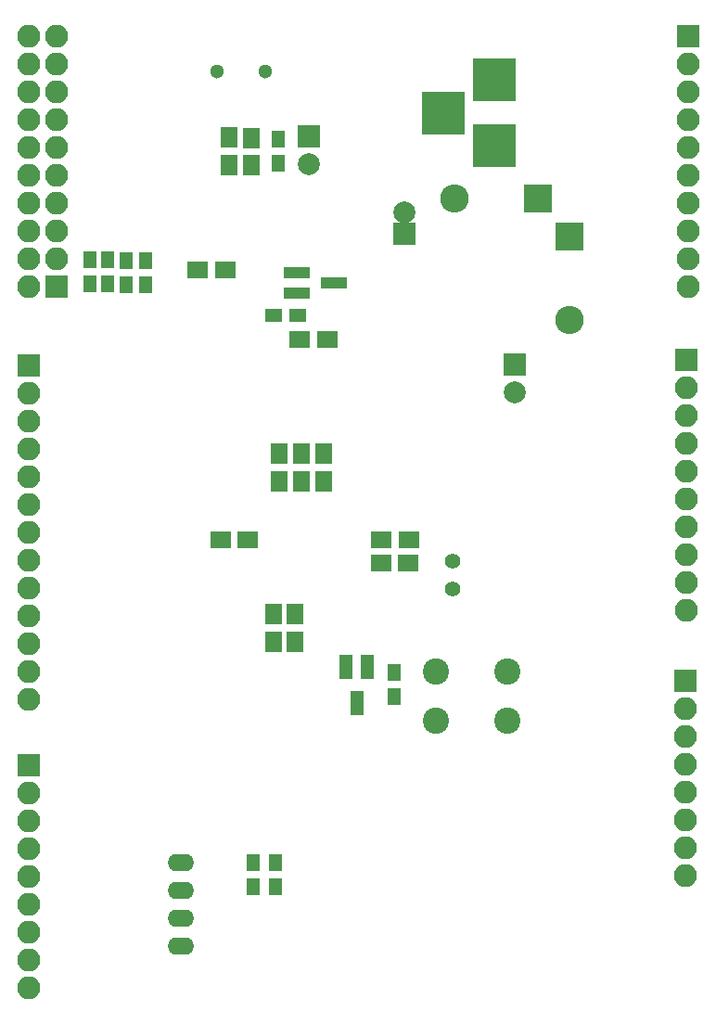
<source format=gbs>
G04 #@! TF.FileFunction,Soldermask,Bot*
%FSLAX46Y46*%
G04 Gerber Fmt 4.6, Leading zero omitted, Abs format (unit mm)*
G04 Created by KiCad (PCBNEW 4.0.4-stable) date 02/19/22 22:26:41*
%MOMM*%
%LPD*%
G01*
G04 APERTURE LIST*
%ADD10C,0.100000*%
%ADD11R,1.650000X1.900000*%
%ADD12R,2.000000X2.000000*%
%ADD13C,2.000000*%
%ADD14R,1.900000X1.650000*%
%ADD15R,3.900000X3.900000*%
%ADD16R,2.600000X2.600000*%
%ADD17O,2.600000X2.600000*%
%ADD18O,2.400000X1.600000*%
%ADD19R,2.100000X2.100000*%
%ADD20O,2.100000X2.100000*%
%ADD21C,1.300000*%
%ADD22R,2.400000X1.100000*%
%ADD23R,1.300000X1.600000*%
%ADD24R,1.600000X1.300000*%
%ADD25C,2.400000*%
%ADD26R,1.200000X2.200000*%
%ADD27C,1.400000*%
G04 APERTURE END LIST*
D10*
D11*
X110197900Y-84092100D03*
X110197900Y-81592100D03*
X114274600Y-84092100D03*
X114274600Y-81592100D03*
D12*
X121615200Y-61544200D03*
D13*
X121615200Y-59544200D03*
D14*
X119501600Y-91554300D03*
X122001600Y-91554300D03*
D12*
X131724400Y-73456800D03*
D13*
X131724400Y-75956800D03*
D11*
X111683800Y-96273300D03*
X111683800Y-98773300D03*
D14*
X112110200Y-71145400D03*
X114610200Y-71145400D03*
X122027000Y-89496900D03*
X119527000Y-89496900D03*
D11*
X109702600Y-98773300D03*
X109702600Y-96273300D03*
D14*
X107345800Y-89446100D03*
X104845800Y-89446100D03*
D11*
X112217200Y-84092100D03*
X112217200Y-81592100D03*
D14*
X105288400Y-64833500D03*
X102788400Y-64833500D03*
D11*
X105638600Y-52750400D03*
X105638600Y-55250400D03*
D12*
X112953800Y-52654200D03*
D13*
X112953800Y-55154200D03*
D11*
X107670600Y-52775800D03*
X107670600Y-55275800D03*
D15*
X129895600Y-53492400D03*
X129895600Y-47492400D03*
X125195600Y-50492400D03*
D16*
X133807200Y-58293000D03*
D17*
X126187200Y-58293000D03*
D16*
X136702800Y-61772800D03*
D17*
X136702800Y-69392800D03*
D18*
X101275800Y-118900000D03*
X101275800Y-121440000D03*
X101275800Y-123980000D03*
X101275800Y-126520000D03*
D19*
X87388700Y-73520300D03*
D20*
X87388700Y-76060300D03*
X87388700Y-78600300D03*
X87388700Y-81140300D03*
X87388700Y-83680300D03*
X87388700Y-86220300D03*
X87388700Y-88760300D03*
X87388700Y-91300300D03*
X87388700Y-93840300D03*
X87388700Y-96380300D03*
X87388700Y-98920300D03*
X87388700Y-101460300D03*
X87388700Y-104000300D03*
D19*
X87388700Y-110058200D03*
D20*
X87388700Y-112598200D03*
X87388700Y-115138200D03*
X87388700Y-117678200D03*
X87388700Y-120218200D03*
X87388700Y-122758200D03*
X87388700Y-125298200D03*
X87388700Y-127838200D03*
X87388700Y-130378200D03*
D19*
X89877900Y-66319400D03*
D20*
X87337900Y-66319400D03*
X89877900Y-63779400D03*
X87337900Y-63779400D03*
X89877900Y-61239400D03*
X87337900Y-61239400D03*
X89877900Y-58699400D03*
X87337900Y-58699400D03*
X89877900Y-56159400D03*
X87337900Y-56159400D03*
X89877900Y-53619400D03*
X87337900Y-53619400D03*
X89877900Y-51079400D03*
X87337900Y-51079400D03*
X89877900Y-48539400D03*
X87337900Y-48539400D03*
X89877900Y-45999400D03*
X87337900Y-45999400D03*
X89877900Y-43459400D03*
X87337900Y-43459400D03*
D19*
X147294600Y-102311200D03*
D20*
X147294600Y-104851200D03*
X147294600Y-107391200D03*
X147294600Y-109931200D03*
X147294600Y-112471200D03*
X147294600Y-115011200D03*
X147294600Y-117551200D03*
X147294600Y-120091200D03*
D19*
X147523200Y-43484800D03*
D20*
X147523200Y-46024800D03*
X147523200Y-48564800D03*
X147523200Y-51104800D03*
X147523200Y-53644800D03*
X147523200Y-56184800D03*
X147523200Y-58724800D03*
X147523200Y-61264800D03*
X147523200Y-63804800D03*
X147523200Y-66344800D03*
D19*
X147358100Y-73037700D03*
D20*
X147358100Y-75577700D03*
X147358100Y-78117700D03*
X147358100Y-80657700D03*
X147358100Y-83197700D03*
X147358100Y-85737700D03*
X147358100Y-88277700D03*
X147358100Y-90817700D03*
X147358100Y-93357700D03*
X147358100Y-95897700D03*
D21*
X108956200Y-46682000D03*
X104556200Y-46682000D03*
D22*
X111812600Y-66939200D03*
X111812600Y-65039200D03*
X115212600Y-65989200D03*
D23*
X107848400Y-121102300D03*
X107848400Y-118902300D03*
X109855000Y-121140400D03*
X109855000Y-118940400D03*
X92925900Y-66111300D03*
X92925900Y-63911300D03*
X94551500Y-66085900D03*
X94551500Y-63885900D03*
X96227900Y-66149400D03*
X96227900Y-63949400D03*
X98018600Y-66200200D03*
X98018600Y-64000200D03*
X120675400Y-103779500D03*
X120675400Y-101579500D03*
D24*
X111945600Y-68961000D03*
X109745600Y-68961000D03*
D23*
X110109000Y-52849600D03*
X110109000Y-55049600D03*
D25*
X124536200Y-105960300D03*
X124536200Y-101460300D03*
X131036200Y-105960300D03*
X131036200Y-101460300D03*
D26*
X116347200Y-101080300D03*
X118247200Y-101080300D03*
X117297200Y-104380300D03*
D27*
X126085600Y-93916500D03*
X126085600Y-91376500D03*
M02*

</source>
